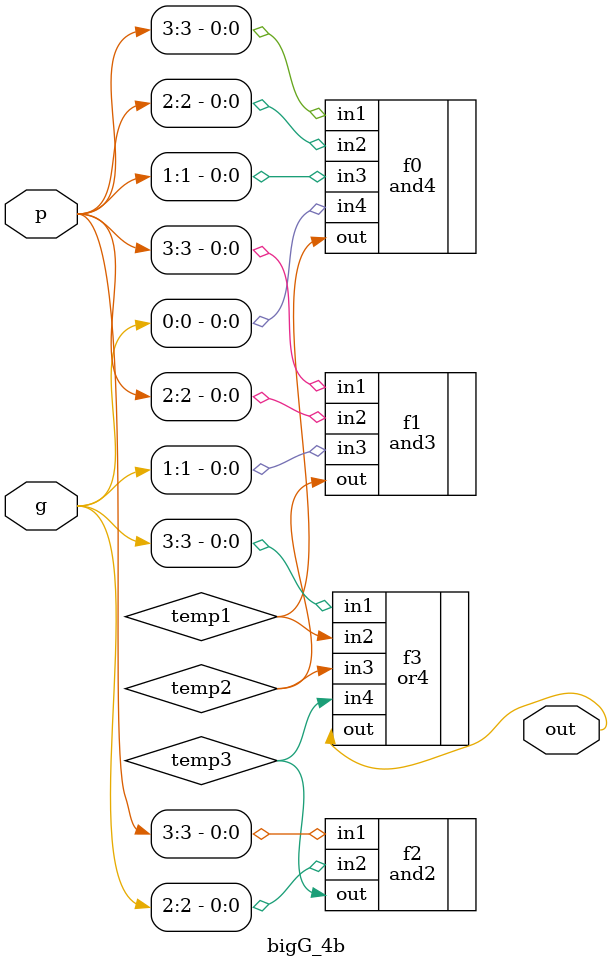
<source format=v>
module bigG_4b(out, p, g);

	input [3:0] p, g;
	output out;

	wire temp1, temp2, temp3;

	and4 f0(.out(temp1), .in1(p[3]), .in2(p[2]), .in3(p[1]), .in4(g[0]));
	and3 f1(.out(temp2), .in1(p[3]), .in2(p[2]), .in3(g[1]));
	and2 f2(.out(temp3), .in1(p[3]), .in2(g[2]));
	or4 f3(.out(out), .in1(g[3]), .in2(temp1), .in3(temp2), .in4(temp3));

endmodule
</source>
